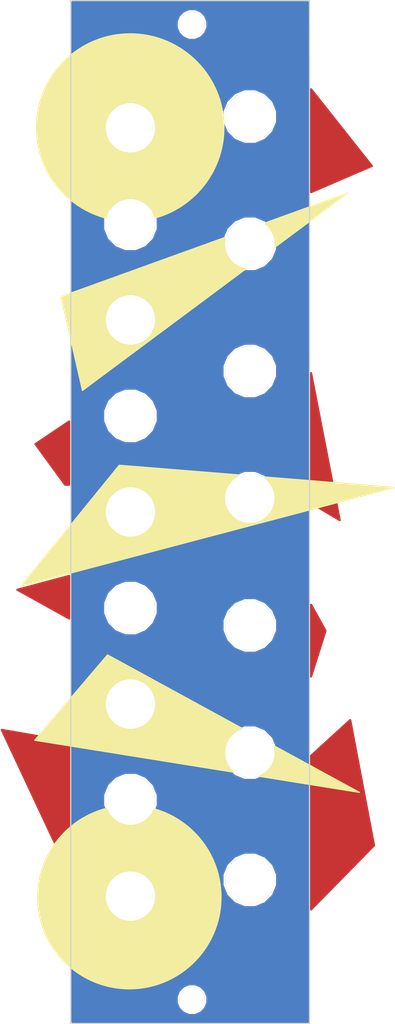
<source format=kicad_pcb>
(kicad_pcb (version 20171130) (host pcbnew "(5.0.0-rc2-47-g52fceb3)")

  (general
    (thickness 1.6)
    (drawings 19)
    (tracks 0)
    (zones 0)
    (modules 18)
    (nets 1)
  )

  (page A4)
  (layers
    (0 F.Cu signal)
    (31 B.Cu signal)
    (32 B.Adhes user)
    (33 F.Adhes user)
    (34 B.Paste user)
    (35 F.Paste user)
    (36 B.SilkS user)
    (37 F.SilkS user)
    (38 B.Mask user)
    (39 F.Mask user)
    (40 Dwgs.User user)
    (41 Cmts.User user)
    (42 Eco1.User user)
    (43 Eco2.User user)
    (44 Edge.Cuts user)
    (45 Margin user)
    (46 B.CrtYd user)
    (47 F.CrtYd user)
    (48 B.Fab user)
    (49 F.Fab user)
  )

  (setup
    (last_trace_width 0.25)
    (trace_clearance 0.2)
    (zone_clearance 0)
    (zone_45_only no)
    (trace_min 0.2)
    (segment_width 0.2)
    (edge_width 0.15)
    (via_size 0.8)
    (via_drill 0.4)
    (via_min_size 0.4)
    (via_min_drill 0.3)
    (uvia_size 0.3)
    (uvia_drill 0.1)
    (uvias_allowed no)
    (uvia_min_size 0.2)
    (uvia_min_drill 0.1)
    (pcb_text_width 0.3)
    (pcb_text_size 1.5 1.5)
    (mod_edge_width 0.15)
    (mod_text_size 1 1)
    (mod_text_width 0.15)
    (pad_size 1.524 1.524)
    (pad_drill 0.762)
    (pad_to_mask_clearance 0.2)
    (aux_axis_origin 0 0)
    (visible_elements FEFFFF7F)
    (pcbplotparams
      (layerselection 0x010fc_ffffffff)
      (usegerberextensions false)
      (usegerberattributes false)
      (usegerberadvancedattributes false)
      (creategerberjobfile false)
      (excludeedgelayer true)
      (linewidth 0.100000)
      (plotframeref false)
      (viasonmask false)
      (mode 1)
      (useauxorigin false)
      (hpglpennumber 1)
      (hpglpenspeed 20)
      (hpglpendiameter 15.000000)
      (psnegative false)
      (psa4output false)
      (plotreference true)
      (plotvalue true)
      (plotinvisibletext false)
      (padsonsilk false)
      (subtractmaskfromsilk false)
      (outputformat 1)
      (mirror false)
      (drillshape 0)
      (scaleselection 1)
      (outputdirectory "/Users/bmoren/Desktop/module development/nearness-master/nearness_att/panel/nearness_att_panel/gerbs/"))
  )

  (net 0 "")

  (net_class Default "This is the default net class."
    (clearance 0.2)
    (trace_width 0.25)
    (via_dia 0.8)
    (via_drill 0.4)
    (uvia_dia 0.3)
    (uvia_drill 0.1)
  )

  (module modular:jack_hole (layer F.Cu) (tedit 5A96C3B0) (tstamp 5B2016FC)
    (at 7.5 15.99)
    (descr "module 1 pin (ou trou mecanique de percage)")
    (tags DEV)
    (fp_text reference REF** (at 0 -0.25) (layer F.SilkS)
      (effects (font (size 1 1) (thickness 0.15)))
    )
    (fp_text value 1pin (at 0 0.75) (layer F.Fab)
      (effects (font (size 1 1) (thickness 0.15)))
    )
    (fp_circle (center 0 0) (end 2.6 0) (layer F.CrtYd) (width 0.05))
    (fp_circle (center 0 0) (end 2 0.8) (layer F.Fab) (width 0.1))
    (pad "" thru_hole circle (at 0 -0.01) (size 6.2 6.2) (drill 6.2) (layers *.Cu *.Mask))
  )

  (module modular:jack_hole (layer F.Cu) (tedit 5A96C3B0) (tstamp 5B2016FC)
    (at 22.5 110.466)
    (descr "module 1 pin (ou trou mecanique de percage)")
    (tags DEV)
    (fp_text reference REF** (at 0 -0.25) (layer F.SilkS)
      (effects (font (size 1 1) (thickness 0.15)))
    )
    (fp_text value 1pin (at 0 0.75) (layer F.Fab)
      (effects (font (size 1 1) (thickness 0.15)))
    )
    (fp_circle (center 0 0) (end 2.6 0) (layer F.CrtYd) (width 0.05))
    (fp_circle (center 0 0) (end 2 0.8) (layer F.Fab) (width 0.1))
    (pad "" thru_hole circle (at 0 -0.01) (size 6.2 6.2) (drill 6.2) (layers *.Cu *.Mask))
  )

  (module modular:jack_hole (layer F.Cu) (tedit 5A96C3B0) (tstamp 5B2016FC)
    (at 22.5 94.485)
    (descr "module 1 pin (ou trou mecanique de percage)")
    (tags DEV)
    (fp_text reference REF** (at 0 -0.25) (layer F.SilkS)
      (effects (font (size 1 1) (thickness 0.15)))
    )
    (fp_text value 1pin (at 0 0.75) (layer F.Fab)
      (effects (font (size 1 1) (thickness 0.15)))
    )
    (fp_circle (center 0 0) (end 2.6 0) (layer F.CrtYd) (width 0.05))
    (fp_circle (center 0 0) (end 2 0.8) (layer F.Fab) (width 0.1))
    (pad "" thru_hole circle (at 0 -0.01) (size 6.2 6.2) (drill 6.2) (layers *.Cu *.Mask))
  )

  (module modular:jack_hole (layer F.Cu) (tedit 5A96C3B0) (tstamp 5B2016FC)
    (at 22.5 78.503)
    (descr "module 1 pin (ou trou mecanique de percage)")
    (tags DEV)
    (fp_text reference REF** (at 0 -0.25) (layer F.SilkS)
      (effects (font (size 1 1) (thickness 0.15)))
    )
    (fp_text value 1pin (at 0 0.75) (layer F.Fab)
      (effects (font (size 1 1) (thickness 0.15)))
    )
    (fp_circle (center 0 0) (end 2.6 0) (layer F.CrtYd) (width 0.05))
    (fp_circle (center 0 0) (end 2 0.8) (layer F.Fab) (width 0.1))
    (pad "" thru_hole circle (at 0 -0.01) (size 6.2 6.2) (drill 6.2) (layers *.Cu *.Mask))
  )

  (module modular:jack_hole (layer F.Cu) (tedit 5A96C3B0) (tstamp 5B2016FC)
    (at 22.5 62.522)
    (descr "module 1 pin (ou trou mecanique de percage)")
    (tags DEV)
    (fp_text reference REF** (at 0 -0.25) (layer F.SilkS)
      (effects (font (size 1 1) (thickness 0.15)))
    )
    (fp_text value 1pin (at 0 0.75) (layer F.Fab)
      (effects (font (size 1 1) (thickness 0.15)))
    )
    (fp_circle (center 0 0) (end 2.6 0) (layer F.CrtYd) (width 0.05))
    (fp_circle (center 0 0) (end 2 0.8) (layer F.Fab) (width 0.1))
    (pad "" thru_hole circle (at 0 -0.01) (size 6.2 6.2) (drill 6.2) (layers *.Cu *.Mask))
  )

  (module modular:jack_hole (layer F.Cu) (tedit 5A96C3B0) (tstamp 5B2016FC)
    (at 22.5 46.541)
    (descr "module 1 pin (ou trou mecanique de percage)")
    (tags DEV)
    (fp_text reference REF** (at 0 -0.25) (layer F.SilkS)
      (effects (font (size 1 1) (thickness 0.15)))
    )
    (fp_text value 1pin (at 0 0.75) (layer F.Fab)
      (effects (font (size 1 1) (thickness 0.15)))
    )
    (fp_circle (center 0 0) (end 2.6 0) (layer F.CrtYd) (width 0.05))
    (fp_circle (center 0 0) (end 2 0.8) (layer F.Fab) (width 0.1))
    (pad "" thru_hole circle (at 0 -0.01) (size 6.2 6.2) (drill 6.2) (layers *.Cu *.Mask))
  )

  (module modular:jack_hole (layer F.Cu) (tedit 5A96C3B0) (tstamp 5B2016FC)
    (at 22.5 30.56)
    (descr "module 1 pin (ou trou mecanique de percage)")
    (tags DEV)
    (fp_text reference REF** (at 0 -0.25) (layer F.SilkS)
      (effects (font (size 1 1) (thickness 0.15)))
    )
    (fp_text value 1pin (at 0 0.75) (layer F.Fab)
      (effects (font (size 1 1) (thickness 0.15)))
    )
    (fp_circle (center 0 0) (end 2.6 0) (layer F.CrtYd) (width 0.05))
    (fp_circle (center 0 0) (end 2 0.8) (layer F.Fab) (width 0.1))
    (pad "" thru_hole circle (at 0 -0.01) (size 6.2 6.2) (drill 6.2) (layers *.Cu *.Mask))
  )

  (module modular:jack_hole (layer F.Cu) (tedit 5A96C3B0) (tstamp 5B2016FC)
    (at 22.5 14.579)
    (descr "module 1 pin (ou trou mecanique de percage)")
    (tags DEV)
    (fp_text reference REF** (at 0 -0.25) (layer F.SilkS)
      (effects (font (size 1 1) (thickness 0.15)))
    )
    (fp_text value 1pin (at 0 0.75) (layer F.Fab)
      (effects (font (size 1 1) (thickness 0.15)))
    )
    (fp_circle (center 0 0) (end 2.6 0) (layer F.CrtYd) (width 0.05))
    (fp_circle (center 0 0) (end 2 0.8) (layer F.Fab) (width 0.1))
    (pad "" thru_hole circle (at 0 -0.01) (size 6.2 6.2) (drill 6.2) (layers *.Cu *.Mask))
  )

  (module modular:jack_hole (layer F.Cu) (tedit 5A96C3B0) (tstamp 5B2016FC)
    (at 7.5 112.51)
    (descr "module 1 pin (ou trou mecanique de percage)")
    (tags DEV)
    (fp_text reference REF** (at 0 -0.25) (layer F.SilkS)
      (effects (font (size 1 1) (thickness 0.15)))
    )
    (fp_text value 1pin (at 0 0.75) (layer F.Fab)
      (effects (font (size 1 1) (thickness 0.15)))
    )
    (fp_circle (center 0 0) (end 2.6 0) (layer F.CrtYd) (width 0.05))
    (fp_circle (center 0 0) (end 2 0.8) (layer F.Fab) (width 0.1))
    (pad "" thru_hole circle (at 0 -0.01) (size 6.2 6.2) (drill 6.2) (layers *.Cu *.Mask))
  )

  (module modular:jack_hole (layer F.Cu) (tedit 5A96C3B0) (tstamp 5B2016FC)
    (at 7.5 100.445)
    (descr "module 1 pin (ou trou mecanique de percage)")
    (tags DEV)
    (fp_text reference REF** (at 0 -0.25) (layer F.SilkS)
      (effects (font (size 1 1) (thickness 0.15)))
    )
    (fp_text value 1pin (at 0 0.75) (layer F.Fab)
      (effects (font (size 1 1) (thickness 0.15)))
    )
    (fp_circle (center 0 0) (end 2.6 0) (layer F.CrtYd) (width 0.05))
    (fp_circle (center 0 0) (end 2 0.8) (layer F.Fab) (width 0.1))
    (pad "" thru_hole circle (at 0 -0.01) (size 6.2 6.2) (drill 6.2) (layers *.Cu *.Mask))
  )

  (module modular:jack_hole (layer F.Cu) (tedit 5A96C3B0) (tstamp 5B2016FC)
    (at 7.5 88.38)
    (descr "module 1 pin (ou trou mecanique de percage)")
    (tags DEV)
    (fp_text reference REF** (at 0 -0.25) (layer F.SilkS)
      (effects (font (size 1 1) (thickness 0.15)))
    )
    (fp_text value 1pin (at 0 0.75) (layer F.Fab)
      (effects (font (size 1 1) (thickness 0.15)))
    )
    (fp_circle (center 0 0) (end 2.6 0) (layer F.CrtYd) (width 0.05))
    (fp_circle (center 0 0) (end 2 0.8) (layer F.Fab) (width 0.1))
    (pad "" thru_hole circle (at 0 -0.01) (size 6.2 6.2) (drill 6.2) (layers *.Cu *.Mask))
  )

  (module modular:jack_hole (layer F.Cu) (tedit 5A96C3B0) (tstamp 5B2016FC)
    (at 7.5 76.315)
    (descr "module 1 pin (ou trou mecanique de percage)")
    (tags DEV)
    (fp_text reference REF** (at 0 -0.25) (layer F.SilkS)
      (effects (font (size 1 1) (thickness 0.15)))
    )
    (fp_text value 1pin (at 0 0.75) (layer F.Fab)
      (effects (font (size 1 1) (thickness 0.15)))
    )
    (fp_circle (center 0 0) (end 2.6 0) (layer F.CrtYd) (width 0.05))
    (fp_circle (center 0 0) (end 2 0.8) (layer F.Fab) (width 0.1))
    (pad "" thru_hole circle (at 0 -0.01) (size 6.2 6.2) (drill 6.2) (layers *.Cu *.Mask))
  )

  (module modular:jack_hole (layer F.Cu) (tedit 5A96C3B0) (tstamp 5B2016FC)
    (at 7.5 64.25)
    (descr "module 1 pin (ou trou mecanique de percage)")
    (tags DEV)
    (fp_text reference REF** (at 0 -0.25) (layer F.SilkS)
      (effects (font (size 1 1) (thickness 0.15)))
    )
    (fp_text value 1pin (at 0 0.75) (layer F.Fab)
      (effects (font (size 1 1) (thickness 0.15)))
    )
    (fp_circle (center 0 0) (end 2.6 0) (layer F.CrtYd) (width 0.05))
    (fp_circle (center 0 0) (end 2 0.8) (layer F.Fab) (width 0.1))
    (pad "" thru_hole circle (at 0 -0.01) (size 6.2 6.2) (drill 6.2) (layers *.Cu *.Mask))
  )

  (module modular:jack_hole (layer F.Cu) (tedit 5A96C3B0) (tstamp 5B2016FC)
    (at 7.5 52.185)
    (descr "module 1 pin (ou trou mecanique de percage)")
    (tags DEV)
    (fp_text reference REF** (at 0 -0.25) (layer F.SilkS)
      (effects (font (size 1 1) (thickness 0.15)))
    )
    (fp_text value 1pin (at 0 0.75) (layer F.Fab)
      (effects (font (size 1 1) (thickness 0.15)))
    )
    (fp_circle (center 0 0) (end 2.6 0) (layer F.CrtYd) (width 0.05))
    (fp_circle (center 0 0) (end 2 0.8) (layer F.Fab) (width 0.1))
    (pad "" thru_hole circle (at 0 -0.01) (size 6.2 6.2) (drill 6.2) (layers *.Cu *.Mask))
  )

  (module modular:jack_hole (layer F.Cu) (tedit 5A96C3B0) (tstamp 5B2016FC)
    (at 7.5 40.12)
    (descr "module 1 pin (ou trou mecanique de percage)")
    (tags DEV)
    (fp_text reference REF** (at 0 -0.25) (layer F.SilkS)
      (effects (font (size 1 1) (thickness 0.15)))
    )
    (fp_text value 1pin (at 0 0.75) (layer F.Fab)
      (effects (font (size 1 1) (thickness 0.15)))
    )
    (fp_circle (center 0 0) (end 2.6 0) (layer F.CrtYd) (width 0.05))
    (fp_circle (center 0 0) (end 2 0.8) (layer F.Fab) (width 0.1))
    (pad "" thru_hole circle (at 0 -0.01) (size 6.2 6.2) (drill 6.2) (layers *.Cu *.Mask))
  )

  (module modular:jack_hole (layer F.Cu) (tedit 5A96C3B0) (tstamp 5B2016FC)
    (at 7.5 28.055)
    (descr "module 1 pin (ou trou mecanique de percage)")
    (tags DEV)
    (fp_text reference REF** (at 0 -0.25) (layer F.SilkS)
      (effects (font (size 1 1) (thickness 0.15)))
    )
    (fp_text value 1pin (at 0 0.75) (layer F.Fab)
      (effects (font (size 1 1) (thickness 0.15)))
    )
    (fp_circle (center 0 0) (end 2.6 0) (layer F.CrtYd) (width 0.05))
    (fp_circle (center 0 0) (end 2 0.8) (layer F.Fab) (width 0.1))
    (pad "" thru_hole circle (at 0 -0.01) (size 6.2 6.2) (drill 6.2) (layers *.Cu *.Mask))
  )

  (module modular:1pin_no_silk_outline (layer F.Cu) (tedit 5AAB0C24) (tstamp 5B201B01)
    (at 15.24 3)
    (descr "module 1 pin (ou trou mecanique de percage)")
    (tags DEV)
    (fp_text reference REF** (at 0.05588 -0.70358) (layer F.SilkS) hide
      (effects (font (size 0.2 0.2) (thickness 0.05)))
    )
    (fp_text value 1pin (at -0.11176 0.5715) (layer F.Fab) hide
      (effects (font (size 0.2 0.2) (thickness 0.05)))
    )
    (pad "" thru_hole circle (at 0 0) (size 3.2 3.2) (drill 3.2) (layers *.Cu *.Mask))
  )

  (module modular:1pin_no_silk_outline (layer F.Cu) (tedit 5AAB0C24) (tstamp 5B201B10)
    (at 15.24 125.5)
    (descr "module 1 pin (ou trou mecanique de percage)")
    (tags DEV)
    (fp_text reference REF** (at 0.05588 -0.70358) (layer F.SilkS) hide
      (effects (font (size 0.2 0.2) (thickness 0.05)))
    )
    (fp_text value 1pin (at -0.11176 0.5715) (layer F.Fab) hide
      (effects (font (size 0.2 0.2) (thickness 0.05)))
    )
    (pad "" thru_hole circle (at 0 0) (size 3.2 3.2) (drill 3.2) (layers *.Cu *.Mask))
  )

  (gr_text ! (at 22.0472 102.5652 15) (layer B.Mask) (tstamp 5B21390C)
    (effects (font (size 3 3) (thickness 0.3)))
  )
  (gr_text ! (at 21.844 38.354 15) (layer B.Mask) (tstamp 5B21390C)
    (effects (font (size 3 3) (thickness 0.3)))
  )
  (gr_text ! (at 22.2504 70.0532 15) (layer B.Mask)
    (effects (font (size 3 3) (thickness 0.3)))
  )
  (gr_text "CC BY SA 4.0" (at 27.94 69.9516 90) (layer B.Mask)
    (effects (font (size 1 1) (thickness 0.25)) (justify mirror))
  )
  (gr_text "original nearness:\nJesper Särnesjö" (at 15.494 119.8372) (layer B.Mask)
    (effects (font (size 1 1) (thickness 0.25)) (justify mirror))
  )
  (gr_text "attenuated nearness\nben moren\n2018 rev1" (at 15.0876 9.3472) (layer B.Mask)
    (effects (font (size 1 1) (thickness 0.25)) (justify mirror))
  )
  (gr_circle (center 7.4676 15.9512) (end 14.317128 15.9512) (layer F.SilkS) (width 10))
  (gr_circle (center 7.366 112.6236) (end 13.6652 114.554) (layer F.SilkS) (width 10))
  (gr_poly (pts (xy 4.6228 82.1944) (xy -4.5212 92.9132) (xy 36.2712 99.4664)) (layer F.SilkS) (width 0.15))
  (gr_poly (pts (xy 6.096 58.3692) (xy -6.2484 73.5584) (xy 40.6908 61.1632)) (layer F.SilkS) (width 0.15))
  (gr_poly (pts (xy -1.2192 37.1856) (xy 1.4732 48.9712) (xy 34.798 24.1808)) (layer F.SilkS) (width 0.15))
  (gr_poly (pts (xy 26.7208 37.6428) (xy 30.9372 54.4576) (xy -2.1336 55.4736)) (layer F.Mask) (width 0.15))
  (gr_poly (pts (xy 34.6456 103.5304) (xy 23.7236 118.11) (xy -4.4704 93.0656)) (layer F.Mask) (width 0.15))
  (gr_poly (pts (xy 28.1432 73.152) (xy 26.8224 89.408) (xy -3.9624 74.93) (xy -3.8608 74.93)) (layer F.Mask) (width 0.15))
  (gr_poly (pts (xy 33.5788 20.7264) (xy 1.6764 33.1216) (xy 23.9268 6.1976)) (layer F.Mask) (width 0.15))
  (gr_line (start 0 128.5) (end 30 128.5) (layer Edge.Cuts) (width 0.15))
  (gr_line (start 0 0) (end 0 128.5) (layer Edge.Cuts) (width 0.15))
  (gr_line (start 30 0) (end 30 128.5) (layer Edge.Cuts) (width 0.15))
  (gr_line (start 0 0) (end 30 0) (layer Edge.Cuts) (width 0.15))

  (zone (net 0) (net_name "") (layer B.Cu) (tstamp 5B219033) (hatch edge 0.508)
    (connect_pads (clearance 0))
    (min_thickness 0.254)
    (fill yes (arc_segments 16) (thermal_gap 0) (thermal_bridge_width 0.508))
    (polygon
      (pts
        (xy 29.972 128.4732) (xy 29.9212 0.0508) (xy 0.0508 0.0508) (xy -0.0508 128.4224)
      )
    )
    (filled_polygon
      (pts
        (xy 29.798 9.657882) (xy 29.798001 128.298) (xy 1.485834 128.298) (xy 0.202 128.295828) (xy 0.202 125.116696)
        (xy 13.313 125.116696) (xy 13.313 125.883304) (xy 13.606368 126.591558) (xy 14.148442 127.133632) (xy 14.856696 127.427)
        (xy 15.623304 127.427) (xy 16.331558 127.133632) (xy 16.873632 126.591558) (xy 17.167 125.883304) (xy 17.167 125.116696)
        (xy 16.873632 124.408442) (xy 16.331558 123.866368) (xy 15.623304 123.573) (xy 14.856696 123.573) (xy 14.148442 123.866368)
        (xy 13.606368 124.408442) (xy 13.313 125.116696) (xy 0.202 125.116696) (xy 0.202 111.818327) (xy 4.073 111.818327)
        (xy 4.073 113.181673) (xy 4.59473 114.44124) (xy 5.55876 115.40527) (xy 6.818327 115.927) (xy 8.181673 115.927)
        (xy 9.44124 115.40527) (xy 10.40527 114.44124) (xy 10.927 113.181673) (xy 10.927 111.818327) (xy 10.40527 110.55876)
        (xy 9.620837 109.774327) (xy 19.073 109.774327) (xy 19.073 111.137673) (xy 19.59473 112.39724) (xy 20.55876 113.36127)
        (xy 21.818327 113.883) (xy 23.181673 113.883) (xy 24.44124 113.36127) (xy 25.40527 112.39724) (xy 25.927 111.137673)
        (xy 25.927 109.774327) (xy 25.40527 108.51476) (xy 24.44124 107.55073) (xy 23.181673 107.029) (xy 21.818327 107.029)
        (xy 20.55876 107.55073) (xy 19.59473 108.51476) (xy 19.073 109.774327) (xy 9.620837 109.774327) (xy 9.44124 109.59473)
        (xy 8.181673 109.073) (xy 6.818327 109.073) (xy 5.55876 109.59473) (xy 4.59473 110.55876) (xy 4.073 111.818327)
        (xy 0.202 111.818327) (xy 0.202 99.753327) (xy 4.073 99.753327) (xy 4.073 101.116673) (xy 4.59473 102.37624)
        (xy 5.55876 103.34027) (xy 6.818327 103.862) (xy 8.181673 103.862) (xy 9.44124 103.34027) (xy 10.40527 102.37624)
        (xy 10.927 101.116673) (xy 10.927 99.753327) (xy 10.40527 98.49376) (xy 9.44124 97.52973) (xy 8.181673 97.008)
        (xy 6.818327 97.008) (xy 5.55876 97.52973) (xy 4.59473 98.49376) (xy 4.073 99.753327) (xy 0.202 99.753327)
        (xy 0.202 93.793327) (xy 19.073 93.793327) (xy 19.073 95.156673) (xy 19.59473 96.41624) (xy 20.55876 97.38027)
        (xy 21.818327 97.902) (xy 23.181673 97.902) (xy 24.44124 97.38027) (xy 25.40527 96.41624) (xy 25.927 95.156673)
        (xy 25.927 93.793327) (xy 25.40527 92.53376) (xy 24.44124 91.56973) (xy 23.181673 91.048) (xy 21.818327 91.048)
        (xy 20.55876 91.56973) (xy 19.59473 92.53376) (xy 19.073 93.793327) (xy 0.202 93.793327) (xy 0.202 87.688327)
        (xy 4.073 87.688327) (xy 4.073 89.051673) (xy 4.59473 90.31124) (xy 5.55876 91.27527) (xy 6.818327 91.797)
        (xy 8.181673 91.797) (xy 9.44124 91.27527) (xy 10.40527 90.31124) (xy 10.927 89.051673) (xy 10.927 87.688327)
        (xy 10.40527 86.42876) (xy 9.44124 85.46473) (xy 8.181673 84.943) (xy 6.818327 84.943) (xy 5.55876 85.46473)
        (xy 4.59473 86.42876) (xy 4.073 87.688327) (xy 0.202 87.688327) (xy 0.202 75.623327) (xy 4.073 75.623327)
        (xy 4.073 76.986673) (xy 4.59473 78.24624) (xy 5.55876 79.21027) (xy 6.818327 79.732) (xy 8.181673 79.732)
        (xy 9.44124 79.21027) (xy 10.40527 78.24624) (xy 10.585416 77.811327) (xy 19.073 77.811327) (xy 19.073 79.174673)
        (xy 19.59473 80.43424) (xy 20.55876 81.39827) (xy 21.818327 81.92) (xy 23.181673 81.92) (xy 24.44124 81.39827)
        (xy 25.40527 80.43424) (xy 25.927 79.174673) (xy 25.927 77.811327) (xy 25.40527 76.55176) (xy 24.44124 75.58773)
        (xy 23.181673 75.066) (xy 21.818327 75.066) (xy 20.55876 75.58773) (xy 19.59473 76.55176) (xy 19.073 77.811327)
        (xy 10.585416 77.811327) (xy 10.927 76.986673) (xy 10.927 75.623327) (xy 10.40527 74.36376) (xy 9.44124 73.39973)
        (xy 8.181673 72.878) (xy 6.818327 72.878) (xy 5.55876 73.39973) (xy 4.59473 74.36376) (xy 4.073 75.623327)
        (xy 0.202 75.623327) (xy 0.202 63.558327) (xy 4.073 63.558327) (xy 4.073 64.921673) (xy 4.59473 66.18124)
        (xy 5.55876 67.14527) (xy 6.818327 67.667) (xy 8.181673 67.667) (xy 9.44124 67.14527) (xy 10.40527 66.18124)
        (xy 10.927 64.921673) (xy 10.927 63.558327) (xy 10.40527 62.29876) (xy 9.936837 61.830327) (xy 19.073 61.830327)
        (xy 19.073 63.193673) (xy 19.59473 64.45324) (xy 20.55876 65.41727) (xy 21.818327 65.939) (xy 23.181673 65.939)
        (xy 24.44124 65.41727) (xy 25.40527 64.45324) (xy 25.927 63.193673) (xy 25.927 61.830327) (xy 25.40527 60.57076)
        (xy 24.44124 59.60673) (xy 23.181673 59.085) (xy 21.818327 59.085) (xy 20.55876 59.60673) (xy 19.59473 60.57076)
        (xy 19.073 61.830327) (xy 9.936837 61.830327) (xy 9.44124 61.33473) (xy 8.181673 60.813) (xy 6.818327 60.813)
        (xy 5.55876 61.33473) (xy 4.59473 62.29876) (xy 4.073 63.558327) (xy 0.202 63.558327) (xy 0.202 51.493327)
        (xy 4.073 51.493327) (xy 4.073 52.856673) (xy 4.59473 54.11624) (xy 5.55876 55.08027) (xy 6.818327 55.602)
        (xy 8.181673 55.602) (xy 9.44124 55.08027) (xy 10.40527 54.11624) (xy 10.927 52.856673) (xy 10.927 51.493327)
        (xy 10.40527 50.23376) (xy 9.44124 49.26973) (xy 8.181673 48.748) (xy 6.818327 48.748) (xy 5.55876 49.26973)
        (xy 4.59473 50.23376) (xy 4.073 51.493327) (xy 0.202 51.493327) (xy 0.202 45.849327) (xy 19.073 45.849327)
        (xy 19.073 47.212673) (xy 19.59473 48.47224) (xy 20.55876 49.43627) (xy 21.818327 49.958) (xy 23.181673 49.958)
        (xy 24.44124 49.43627) (xy 25.40527 48.47224) (xy 25.927 47.212673) (xy 25.927 45.849327) (xy 25.40527 44.58976)
        (xy 24.44124 43.62573) (xy 23.181673 43.104) (xy 21.818327 43.104) (xy 20.55876 43.62573) (xy 19.59473 44.58976)
        (xy 19.073 45.849327) (xy 0.202 45.849327) (xy 0.202 39.428327) (xy 4.073 39.428327) (xy 4.073 40.791673)
        (xy 4.59473 42.05124) (xy 5.55876 43.01527) (xy 6.818327 43.537) (xy 8.181673 43.537) (xy 9.44124 43.01527)
        (xy 10.40527 42.05124) (xy 10.927 40.791673) (xy 10.927 39.428327) (xy 10.40527 38.16876) (xy 9.44124 37.20473)
        (xy 8.181673 36.683) (xy 6.818327 36.683) (xy 5.55876 37.20473) (xy 4.59473 38.16876) (xy 4.073 39.428327)
        (xy 0.202 39.428327) (xy 0.202 27.363327) (xy 4.073 27.363327) (xy 4.073 28.726673) (xy 4.59473 29.98624)
        (xy 5.55876 30.95027) (xy 6.818327 31.472) (xy 8.181673 31.472) (xy 9.44124 30.95027) (xy 10.40527 29.98624)
        (xy 10.454111 29.868327) (xy 19.073 29.868327) (xy 19.073 31.231673) (xy 19.59473 32.49124) (xy 20.55876 33.45527)
        (xy 21.818327 33.977) (xy 23.181673 33.977) (xy 24.44124 33.45527) (xy 25.40527 32.49124) (xy 25.927 31.231673)
        (xy 25.927 29.868327) (xy 25.40527 28.60876) (xy 24.44124 27.64473) (xy 23.181673 27.123) (xy 21.818327 27.123)
        (xy 20.55876 27.64473) (xy 19.59473 28.60876) (xy 19.073 29.868327) (xy 10.454111 29.868327) (xy 10.927 28.726673)
        (xy 10.927 27.363327) (xy 10.40527 26.10376) (xy 9.44124 25.13973) (xy 8.181673 24.618) (xy 6.818327 24.618)
        (xy 5.55876 25.13973) (xy 4.59473 26.10376) (xy 4.073 27.363327) (xy 0.202 27.363327) (xy 0.202 15.298327)
        (xy 4.073 15.298327) (xy 4.073 16.661673) (xy 4.59473 17.92124) (xy 5.55876 18.88527) (xy 6.818327 19.407)
        (xy 8.181673 19.407) (xy 9.44124 18.88527) (xy 10.40527 17.92124) (xy 10.927 16.661673) (xy 10.927 15.298327)
        (xy 10.40527 14.03876) (xy 10.253837 13.887327) (xy 19.073 13.887327) (xy 19.073 15.250673) (xy 19.59473 16.51024)
        (xy 20.55876 17.47427) (xy 21.818327 17.996) (xy 23.181673 17.996) (xy 24.44124 17.47427) (xy 25.40527 16.51024)
        (xy 25.927 15.250673) (xy 25.927 13.887327) (xy 25.40527 12.62776) (xy 24.44124 11.66373) (xy 23.181673 11.142)
        (xy 21.818327 11.142) (xy 20.55876 11.66373) (xy 19.59473 12.62776) (xy 19.073 13.887327) (xy 10.253837 13.887327)
        (xy 9.44124 13.07473) (xy 8.181673 12.553) (xy 6.818327 12.553) (xy 5.55876 13.07473) (xy 4.59473 14.03876)
        (xy 4.073 15.298327) (xy 0.202 15.298327) (xy 0.202 2.616696) (xy 13.313 2.616696) (xy 13.313 3.383304)
        (xy 13.606368 4.091558) (xy 14.148442 4.633632) (xy 14.856696 4.927) (xy 15.623304 4.927) (xy 16.331558 4.633632)
        (xy 16.873632 4.091558) (xy 17.167 3.383304) (xy 17.167 2.616696) (xy 16.873632 1.908442) (xy 16.331558 1.366368)
        (xy 15.623304 1.073) (xy 14.856696 1.073) (xy 14.148442 1.366368) (xy 13.606368 1.908442) (xy 13.313 2.616696)
        (xy 0.202 2.616696) (xy 0.202 0.202) (xy 29.79426 0.202)
      )
    )
  )
  (zone (net 0) (net_name "") (layer F.Cu) (tstamp 5B219030) (hatch edge 0.508)
    (connect_pads (clearance 0))
    (min_thickness 0.254)
    (fill yes (arc_segments 16) (thermal_gap 0) (thermal_bridge_width 0.508))
    (polygon
      (pts
        (xy 29.4132 0.1016) (xy 12.1412 0.7112) (xy 9.398 21.1328) (xy 1.0668 24.7904) (xy 0.0508 35.3568)
        (xy 23.2156 36.9824) (xy -4.6228 55.6768) (xy -0.762 60.96) (xy 17.7292 60.5536) (xy 7.366 70.104)
        (xy -7.0612 73.9648) (xy 22.1996 90.2208) (xy 8.7884 94.488) (xy -8.89 91.44) (xy 8.382 128.27)
        (xy 25.2476 128.0668) (xy 26.8732 117.7544) (xy 38.2524 106.172) (xy 35.2044 90.1192) (xy 26.0604 98.4504)
        (xy 32.1564 79.1464) (xy 19.9644 57.2008) (xy 33.9852 65.532) (xy 26.2636 25.908) (xy 38.0492 20.828)
        (xy 25.2476 4.6736)
      )
    )
    (filled_polygon
      (pts
        (xy 25.153722 4.588067) (xy 25.128136 4.630503) (xy 25.120737 4.679501) (xy 25.132652 4.7276) (xy 25.148064 4.752477)
        (xy 29.798 10.620254) (xy 29.798 24.246256) (xy 26.21333 25.791373) (xy 26.172525 25.819488) (xy 26.145586 25.861079)
        (xy 26.138945 25.932292) (xy 29.798 44.709022) (xy 29.798 62.896225) (xy 24.703667 59.869157) (xy 24.44124 59.60673)
        (xy 23.849581 59.361657) (xy 20.029275 57.09162) (xy 19.982555 57.075104) (xy 19.933072 57.077725) (xy 19.888358 57.099082)
        (xy 19.85522 57.135925) (xy 19.838704 57.182645) (xy 19.841325 57.232128) (xy 19.853382 57.262477) (xy 21.044067 59.405709)
        (xy 20.55876 59.60673) (xy 19.59473 60.57076) (xy 19.073 61.830327) (xy 19.073 63.193673) (xy 19.59473 64.45324)
        (xy 20.55876 65.41727) (xy 21.818327 65.939) (xy 23.181673 65.939) (xy 24.394563 65.436604) (xy 29.798001 75.162791)
        (xy 29.798001 86.192921) (xy 25.939295 98.412156) (xy 25.933878 98.461412) (xy 25.947723 98.508992) (xy 25.978723 98.547651)
        (xy 26.022156 98.571505) (xy 26.071412 98.576922) (xy 26.118992 98.563077) (xy 26.145933 98.544278) (xy 29.798001 95.216838)
        (xy 29.798001 114.596155) (xy 26.782606 117.665396) (xy 26.755442 117.706839) (xy 26.747749 117.734624) (xy 25.138846 127.941101)
        (xy 8.462256 128.142024) (xy 7.043482 125.116696) (xy 13.313 125.116696) (xy 13.313 125.883304) (xy 13.606368 126.591558)
        (xy 14.148442 127.133632) (xy 14.856696 127.427) (xy 15.623304 127.427) (xy 16.331558 127.133632) (xy 16.873632 126.591558)
        (xy 17.167 125.883304) (xy 17.167 125.116696) (xy 16.873632 124.408442) (xy 16.331558 123.866368) (xy 15.623304 123.573)
        (xy 14.856696 123.573) (xy 14.148442 123.866368) (xy 13.606368 124.408442) (xy 13.313 125.116696) (xy 7.043482 125.116696)
        (xy 0.807005 111.818327) (xy 4.073 111.818327) (xy 4.073 113.181673) (xy 4.59473 114.44124) (xy 5.55876 115.40527)
        (xy 6.818327 115.927) (xy 8.181673 115.927) (xy 9.44124 115.40527) (xy 10.40527 114.44124) (xy 10.927 113.181673)
        (xy 10.927 111.818327) (xy 10.40527 110.55876) (xy 9.620837 109.774327) (xy 19.073 109.774327) (xy 19.073 111.137673)
        (xy 19.59473 112.39724) (xy 20.55876 113.36127) (xy 21.818327 113.883) (xy 23.181673 113.883) (xy 24.44124 113.36127)
        (xy 25.40527 112.39724) (xy 25.927 111.137673) (xy 25.927 109.774327) (xy 25.40527 108.51476) (xy 24.44124 107.55073)
        (xy 23.181673 107.029) (xy 21.818327 107.029) (xy 20.55876 107.55073) (xy 19.59473 108.51476) (xy 19.073 109.774327)
        (xy 9.620837 109.774327) (xy 9.44124 109.59473) (xy 8.181673 109.073) (xy 6.818327 109.073) (xy 5.55876 109.59473)
        (xy 4.59473 110.55876) (xy 4.073 111.818327) (xy 0.807005 111.818327) (xy 0.202 110.528244) (xy 0.202 99.753327)
        (xy 4.073 99.753327) (xy 4.073 101.116673) (xy 4.59473 102.37624) (xy 5.55876 103.34027) (xy 6.818327 103.862)
        (xy 8.181673 103.862) (xy 9.44124 103.34027) (xy 10.40527 102.37624) (xy 10.927 101.116673) (xy 10.927 99.753327)
        (xy 10.40527 98.49376) (xy 9.44124 97.52973) (xy 8.181673 97.008) (xy 6.818327 97.008) (xy 5.55876 97.52973)
        (xy 4.59473 98.49376) (xy 4.073 99.753327) (xy 0.202 99.753327) (xy 0.202 93.13646) (xy 8.766822 94.613153)
        (xy 8.826907 94.609022) (xy 11.390519 93.793327) (xy 19.073 93.793327) (xy 19.073 95.156673) (xy 19.59473 96.41624)
        (xy 20.55876 97.38027) (xy 21.818327 97.902) (xy 23.181673 97.902) (xy 24.44124 97.38027) (xy 25.40527 96.41624)
        (xy 25.927 95.156673) (xy 25.927 93.793327) (xy 25.40527 92.53376) (xy 24.44124 91.56973) (xy 23.181673 91.048)
        (xy 21.818327 91.048) (xy 20.55876 91.56973) (xy 19.59473 92.53376) (xy 19.073 93.793327) (xy 11.390519 93.793327)
        (xy 22.238107 90.341822) (xy 22.281489 90.317873) (xy 22.312404 90.279147) (xy 22.326145 90.231537) (xy 22.320622 90.182293)
        (xy 22.296673 90.138911) (xy 22.261277 90.109782) (xy 0.202 77.854628) (xy 0.202 75.623327) (xy 4.073 75.623327)
        (xy 4.073 76.986673) (xy 4.59473 78.24624) (xy 5.55876 79.21027) (xy 6.818327 79.732) (xy 8.181673 79.732)
        (xy 9.44124 79.21027) (xy 10.40527 78.24624) (xy 10.585416 77.811327) (xy 19.073 77.811327) (xy 19.073 79.174673)
        (xy 19.59473 80.43424) (xy 20.55876 81.39827) (xy 21.818327 81.92) (xy 23.181673 81.92) (xy 24.44124 81.39827)
        (xy 25.40527 80.43424) (xy 25.927 79.174673) (xy 25.927 77.811327) (xy 25.40527 76.55176) (xy 24.44124 75.58773)
        (xy 23.181673 75.066) (xy 21.818327 75.066) (xy 20.55876 75.58773) (xy 19.59473 76.55176) (xy 19.073 77.811327)
        (xy 10.585416 77.811327) (xy 10.927 76.986673) (xy 10.927 75.623327) (xy 10.40527 74.36376) (xy 9.44124 73.39973)
        (xy 8.181673 72.878) (xy 6.818327 72.878) (xy 5.55876 73.39973) (xy 4.59473 74.36376) (xy 4.073 75.623327)
        (xy 0.202 75.623327) (xy 0.202 72.152595) (xy 7.398831 70.226683) (xy 7.452065 70.19739) (xy 17.815265 60.64699)
        (xy 17.844453 60.606945) (xy 17.856094 60.558779) (xy 17.848417 60.509825) (xy 17.82259 60.467535) (xy 17.782545 60.438347)
        (xy 17.726409 60.426631) (xy 0.202 60.811783) (xy 0.202 52.589767) (xy 1.834742 51.493327) (xy 4.073 51.493327)
        (xy 4.073 52.856673) (xy 4.59473 54.11624) (xy 5.55876 55.08027) (xy 6.818327 55.602) (xy 8.181673 55.602)
        (xy 9.44124 55.08027) (xy 10.40527 54.11624) (xy 10.927 52.856673) (xy 10.927 51.493327) (xy 10.40527 50.23376)
        (xy 9.44124 49.26973) (xy 8.181673 48.748) (xy 6.818327 48.748) (xy 5.55876 49.26973) (xy 4.59473 50.23376)
        (xy 4.073 51.493327) (xy 1.834742 51.493327) (xy 10.239394 45.849327) (xy 19.073 45.849327) (xy 19.073 47.212673)
        (xy 19.59473 48.47224) (xy 20.55876 49.43627) (xy 21.818327 49.958) (xy 23.181673 49.958) (xy 24.44124 49.43627)
        (xy 25.40527 48.47224) (xy 25.927 47.212673) (xy 25.927 45.849327) (xy 25.40527 44.58976) (xy 24.44124 43.62573)
        (xy 23.181673 43.104) (xy 21.818327 43.104) (xy 20.55876 43.62573) (xy 19.59473 44.58976) (xy 19.073 45.849327)
        (xy 10.239394 45.849327) (xy 23.286402 37.087833) (xy 23.32136 37.052713) (xy 23.340217 37.006888) (xy 23.340102 36.957335)
        (xy 23.321033 36.911598) (xy 23.285913 36.87664) (xy 23.22449 36.855712) (xy 0.202 35.240099) (xy 0.202 35.111211)
        (xy 0.946989 27.363327) (xy 4.073 27.363327) (xy 4.073 28.726673) (xy 4.59473 29.98624) (xy 5.55876 30.95027)
        (xy 6.818327 31.472) (xy 8.181673 31.472) (xy 9.44124 30.95027) (xy 10.40527 29.98624) (xy 10.454111 29.868327)
        (xy 19.073 29.868327) (xy 19.073 31.231673) (xy 19.59473 32.49124) (xy 20.55876 33.45527) (xy 21.818327 33.977)
        (xy 23.181673 33.977) (xy 24.44124 33.45527) (xy 25.40527 32.49124) (xy 25.927 31.231673) (xy 25.927 29.868327)
        (xy 25.40527 28.60876) (xy 24.44124 27.64473) (xy 23.181673 27.123) (xy 21.818327 27.123) (xy 20.55876 27.64473)
        (xy 19.59473 28.60876) (xy 19.073 29.868327) (xy 10.454111 29.868327) (xy 10.927 28.726673) (xy 10.927 27.363327)
        (xy 10.40527 26.10376) (xy 9.44124 25.13973) (xy 8.181673 24.618) (xy 6.818327 24.618) (xy 5.55876 25.13973)
        (xy 4.59473 26.10376) (xy 4.073 27.363327) (xy 0.946989 27.363327) (xy 1.186085 24.876732) (xy 9.449053 21.249087)
        (xy 9.489668 21.220698) (xy 9.516327 21.178927) (xy 9.523869 21.149708) (xy 9.888069 18.438441) (xy 10.40527 17.92124)
        (xy 10.927 16.661673) (xy 10.927 15.298327) (xy 10.460998 14.1733) (xy 10.499412 13.887327) (xy 19.073 13.887327)
        (xy 19.073 15.250673) (xy 19.59473 16.51024) (xy 20.55876 17.47427) (xy 21.818327 17.996) (xy 23.181673 17.996)
        (xy 24.44124 17.47427) (xy 25.40527 16.51024) (xy 25.927 15.250673) (xy 25.927 13.887327) (xy 25.40527 12.62776)
        (xy 24.44124 11.66373) (xy 23.181673 11.142) (xy 21.818327 11.142) (xy 20.55876 11.66373) (xy 19.59473 12.62776)
        (xy 19.073 13.887327) (xy 10.499412 13.887327) (xy 12.013377 2.616696) (xy 13.313 2.616696) (xy 13.313 3.383304)
        (xy 13.606368 4.091558) (xy 14.148442 4.633632) (xy 14.856696 4.927) (xy 15.623304 4.927) (xy 16.331558 4.633632)
        (xy 16.873632 4.091558) (xy 17.167 3.383304) (xy 17.167 2.616696) (xy 16.873632 1.908442) (xy 16.331558 1.366368)
        (xy 15.623304 1.073) (xy 14.856696 1.073) (xy 14.148442 1.366368) (xy 13.606368 1.908442) (xy 13.313 2.616696)
        (xy 12.013377 2.616696) (xy 12.252799 0.83434) (xy 29.116053 0.239167)
      )
    )
    (filled_polygon
      (pts
        (xy 38.115232 106.130401) (xy 30.202 114.184941) (xy 30.202 94.84875) (xy 35.122006 90.366078)
      )
    )
    (filled_polygon
      (pts
        (xy -0.201999 93.066805) (xy -0.201999 109.666775) (xy -8.671635 91.606523)
      )
    )
    (filled_polygon
      (pts
        (xy 32.018832 79.160288) (xy 30.202 84.91359) (xy 30.202 75.88999)
      )
    )
    (filled_polygon
      (pts
        (xy -0.201999 77.630184) (xy -6.724994 74.006298) (xy -0.201999 72.260708)
      )
    )
    (filled_polygon
      (pts
        (xy 33.806309 65.277973) (xy 30.202 63.136282) (xy 30.202 46.782178)
      )
    )
    (filled_polygon
      (pts
        (xy -0.202 60.820662) (xy -0.698552 60.831575) (xy -4.442292 55.708562) (xy -0.202 52.861066)
      )
    )
    (filled_polygon
      (pts
        (xy 37.846725 20.776978) (xy 30.202 24.072118) (xy 30.202 11.130063)
      )
    )
  )
)

</source>
